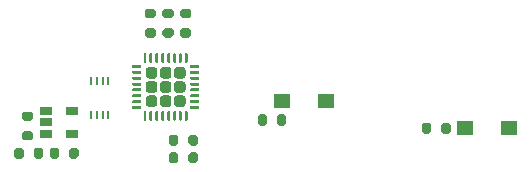
<source format=gbr>
%TF.GenerationSoftware,KiCad,Pcbnew,(5.1.8)-1*%
%TF.CreationDate,2021-04-26T00:43:02-04:00*%
%TF.ProjectId,Dogekey,446f6765-6b65-4792-9e6b-696361645f70,rev?*%
%TF.SameCoordinates,Original*%
%TF.FileFunction,Paste,Bot*%
%TF.FilePolarity,Positive*%
%FSLAX46Y46*%
G04 Gerber Fmt 4.6, Leading zero omitted, Abs format (unit mm)*
G04 Created by KiCad (PCBNEW (5.1.8)-1) date 2021-04-26 00:43:02*
%MOMM*%
%LPD*%
G01*
G04 APERTURE LIST*
%ADD10R,0.270000X0.750000*%
%ADD11R,1.060000X0.650000*%
%ADD12R,1.400000X1.250000*%
G04 APERTURE END LIST*
D10*
%TO.C,U3*%
X35050000Y-61850000D03*
X34550000Y-61850000D03*
X34050000Y-61850000D03*
X33550000Y-61850000D03*
X33550000Y-58950000D03*
X34050000Y-58950000D03*
X34550000Y-58950000D03*
X35050000Y-58950000D03*
%TD*%
%TO.C,C1*%
G36*
G01*
X39825000Y-54525000D02*
X40375000Y-54525000D01*
G75*
G02*
X40575000Y-54725000I0J-200000D01*
G01*
X40575000Y-55125000D01*
G75*
G02*
X40375000Y-55325000I-200000J0D01*
G01*
X39825000Y-55325000D01*
G75*
G02*
X39625000Y-55125000I0J200000D01*
G01*
X39625000Y-54725000D01*
G75*
G02*
X39825000Y-54525000I200000J0D01*
G01*
G37*
G36*
G01*
X39825000Y-52875000D02*
X40375000Y-52875000D01*
G75*
G02*
X40575000Y-53075000I0J-200000D01*
G01*
X40575000Y-53475000D01*
G75*
G02*
X40375000Y-53675000I-200000J0D01*
G01*
X39825000Y-53675000D01*
G75*
G02*
X39625000Y-53475000I0J200000D01*
G01*
X39625000Y-53075000D01*
G75*
G02*
X39825000Y-52875000I200000J0D01*
G01*
G37*
%TD*%
%TO.C,C2*%
G36*
G01*
X42625000Y-65225000D02*
X42625000Y-65775000D01*
G75*
G02*
X42425000Y-65975000I-200000J0D01*
G01*
X42025000Y-65975000D01*
G75*
G02*
X41825000Y-65775000I0J200000D01*
G01*
X41825000Y-65225000D01*
G75*
G02*
X42025000Y-65025000I200000J0D01*
G01*
X42425000Y-65025000D01*
G75*
G02*
X42625000Y-65225000I0J-200000D01*
G01*
G37*
G36*
G01*
X40975000Y-65225000D02*
X40975000Y-65775000D01*
G75*
G02*
X40775000Y-65975000I-200000J0D01*
G01*
X40375000Y-65975000D01*
G75*
G02*
X40175000Y-65775000I0J200000D01*
G01*
X40175000Y-65225000D01*
G75*
G02*
X40375000Y-65025000I200000J0D01*
G01*
X40775000Y-65025000D01*
G75*
G02*
X40975000Y-65225000I0J-200000D01*
G01*
G37*
%TD*%
%TO.C,C3*%
G36*
G01*
X41875000Y-55325000D02*
X41325000Y-55325000D01*
G75*
G02*
X41125000Y-55125000I0J200000D01*
G01*
X41125000Y-54725000D01*
G75*
G02*
X41325000Y-54525000I200000J0D01*
G01*
X41875000Y-54525000D01*
G75*
G02*
X42075000Y-54725000I0J-200000D01*
G01*
X42075000Y-55125000D01*
G75*
G02*
X41875000Y-55325000I-200000J0D01*
G01*
G37*
G36*
G01*
X41875000Y-53675000D02*
X41325000Y-53675000D01*
G75*
G02*
X41125000Y-53475000I0J200000D01*
G01*
X41125000Y-53075000D01*
G75*
G02*
X41325000Y-52875000I200000J0D01*
G01*
X41875000Y-52875000D01*
G75*
G02*
X42075000Y-53075000I0J-200000D01*
G01*
X42075000Y-53475000D01*
G75*
G02*
X41875000Y-53675000I-200000J0D01*
G01*
G37*
%TD*%
%TO.C,C6*%
G36*
G01*
X27875000Y-64825000D02*
X27875000Y-65375000D01*
G75*
G02*
X27675000Y-65575000I-200000J0D01*
G01*
X27275000Y-65575000D01*
G75*
G02*
X27075000Y-65375000I0J200000D01*
G01*
X27075000Y-64825000D01*
G75*
G02*
X27275000Y-64625000I200000J0D01*
G01*
X27675000Y-64625000D01*
G75*
G02*
X27875000Y-64825000I0J-200000D01*
G01*
G37*
G36*
G01*
X29525000Y-64825000D02*
X29525000Y-65375000D01*
G75*
G02*
X29325000Y-65575000I-200000J0D01*
G01*
X28925000Y-65575000D01*
G75*
G02*
X28725000Y-65375000I0J200000D01*
G01*
X28725000Y-64825000D01*
G75*
G02*
X28925000Y-64625000I200000J0D01*
G01*
X29325000Y-64625000D01*
G75*
G02*
X29525000Y-64825000I0J-200000D01*
G01*
G37*
%TD*%
%TO.C,C7*%
G36*
G01*
X32525000Y-64825000D02*
X32525000Y-65375000D01*
G75*
G02*
X32325000Y-65575000I-200000J0D01*
G01*
X31925000Y-65575000D01*
G75*
G02*
X31725000Y-65375000I0J200000D01*
G01*
X31725000Y-64825000D01*
G75*
G02*
X31925000Y-64625000I200000J0D01*
G01*
X32325000Y-64625000D01*
G75*
G02*
X32525000Y-64825000I0J-200000D01*
G01*
G37*
G36*
G01*
X30875000Y-64825000D02*
X30875000Y-65375000D01*
G75*
G02*
X30675000Y-65575000I-200000J0D01*
G01*
X30275000Y-65575000D01*
G75*
G02*
X30075000Y-65375000I0J200000D01*
G01*
X30075000Y-64825000D01*
G75*
G02*
X30275000Y-64625000I200000J0D01*
G01*
X30675000Y-64625000D01*
G75*
G02*
X30875000Y-64825000I0J-200000D01*
G01*
G37*
%TD*%
%TO.C,R1*%
G36*
G01*
X27925000Y-61575000D02*
X28475000Y-61575000D01*
G75*
G02*
X28675000Y-61775000I0J-200000D01*
G01*
X28675000Y-62175000D01*
G75*
G02*
X28475000Y-62375000I-200000J0D01*
G01*
X27925000Y-62375000D01*
G75*
G02*
X27725000Y-62175000I0J200000D01*
G01*
X27725000Y-61775000D01*
G75*
G02*
X27925000Y-61575000I200000J0D01*
G01*
G37*
G36*
G01*
X27925000Y-63225000D02*
X28475000Y-63225000D01*
G75*
G02*
X28675000Y-63425000I0J-200000D01*
G01*
X28675000Y-63825000D01*
G75*
G02*
X28475000Y-64025000I-200000J0D01*
G01*
X27925000Y-64025000D01*
G75*
G02*
X27725000Y-63825000I0J200000D01*
G01*
X27725000Y-63425000D01*
G75*
G02*
X27925000Y-63225000I200000J0D01*
G01*
G37*
%TD*%
%TO.C,R2*%
G36*
G01*
X40975000Y-63725000D02*
X40975000Y-64275000D01*
G75*
G02*
X40775000Y-64475000I-200000J0D01*
G01*
X40375000Y-64475000D01*
G75*
G02*
X40175000Y-64275000I0J200000D01*
G01*
X40175000Y-63725000D01*
G75*
G02*
X40375000Y-63525000I200000J0D01*
G01*
X40775000Y-63525000D01*
G75*
G02*
X40975000Y-63725000I0J-200000D01*
G01*
G37*
G36*
G01*
X42625000Y-63725000D02*
X42625000Y-64275000D01*
G75*
G02*
X42425000Y-64475000I-200000J0D01*
G01*
X42025000Y-64475000D01*
G75*
G02*
X41825000Y-64275000I0J200000D01*
G01*
X41825000Y-63725000D01*
G75*
G02*
X42025000Y-63525000I200000J0D01*
G01*
X42425000Y-63525000D01*
G75*
G02*
X42625000Y-63725000I0J-200000D01*
G01*
G37*
%TD*%
%TO.C,R3*%
G36*
G01*
X50125000Y-62025000D02*
X50125000Y-62575000D01*
G75*
G02*
X49925000Y-62775000I-200000J0D01*
G01*
X49525000Y-62775000D01*
G75*
G02*
X49325000Y-62575000I0J200000D01*
G01*
X49325000Y-62025000D01*
G75*
G02*
X49525000Y-61825000I200000J0D01*
G01*
X49925000Y-61825000D01*
G75*
G02*
X50125000Y-62025000I0J-200000D01*
G01*
G37*
G36*
G01*
X48475000Y-62025000D02*
X48475000Y-62575000D01*
G75*
G02*
X48275000Y-62775000I-200000J0D01*
G01*
X47875000Y-62775000D01*
G75*
G02*
X47675000Y-62575000I0J200000D01*
G01*
X47675000Y-62025000D01*
G75*
G02*
X47875000Y-61825000I200000J0D01*
G01*
X48275000Y-61825000D01*
G75*
G02*
X48475000Y-62025000I0J-200000D01*
G01*
G37*
%TD*%
%TO.C,R4*%
G36*
G01*
X62375000Y-62725000D02*
X62375000Y-63275000D01*
G75*
G02*
X62175000Y-63475000I-200000J0D01*
G01*
X61775000Y-63475000D01*
G75*
G02*
X61575000Y-63275000I0J200000D01*
G01*
X61575000Y-62725000D01*
G75*
G02*
X61775000Y-62525000I200000J0D01*
G01*
X62175000Y-62525000D01*
G75*
G02*
X62375000Y-62725000I0J-200000D01*
G01*
G37*
G36*
G01*
X64025000Y-62725000D02*
X64025000Y-63275000D01*
G75*
G02*
X63825000Y-63475000I-200000J0D01*
G01*
X63425000Y-63475000D01*
G75*
G02*
X63225000Y-63275000I0J200000D01*
G01*
X63225000Y-62725000D01*
G75*
G02*
X63425000Y-62525000I200000J0D01*
G01*
X63825000Y-62525000D01*
G75*
G02*
X64025000Y-62725000I0J-200000D01*
G01*
G37*
%TD*%
%TO.C,R5*%
G36*
G01*
X38875000Y-53675000D02*
X38325000Y-53675000D01*
G75*
G02*
X38125000Y-53475000I0J200000D01*
G01*
X38125000Y-53075000D01*
G75*
G02*
X38325000Y-52875000I200000J0D01*
G01*
X38875000Y-52875000D01*
G75*
G02*
X39075000Y-53075000I0J-200000D01*
G01*
X39075000Y-53475000D01*
G75*
G02*
X38875000Y-53675000I-200000J0D01*
G01*
G37*
G36*
G01*
X38875000Y-55325000D02*
X38325000Y-55325000D01*
G75*
G02*
X38125000Y-55125000I0J200000D01*
G01*
X38125000Y-54725000D01*
G75*
G02*
X38325000Y-54525000I200000J0D01*
G01*
X38875000Y-54525000D01*
G75*
G02*
X39075000Y-54725000I0J-200000D01*
G01*
X39075000Y-55125000D01*
G75*
G02*
X38875000Y-55325000I-200000J0D01*
G01*
G37*
%TD*%
%TO.C,U1*%
G36*
G01*
X42750000Y-57687500D02*
X42750000Y-57812500D01*
G75*
G02*
X42687500Y-57875000I-62500J0D01*
G01*
X42012500Y-57875000D01*
G75*
G02*
X41950000Y-57812500I0J62500D01*
G01*
X41950000Y-57687500D01*
G75*
G02*
X42012500Y-57625000I62500J0D01*
G01*
X42687500Y-57625000D01*
G75*
G02*
X42750000Y-57687500I0J-62500D01*
G01*
G37*
G36*
G01*
X42750000Y-58187500D02*
X42750000Y-58312500D01*
G75*
G02*
X42687500Y-58375000I-62500J0D01*
G01*
X42012500Y-58375000D01*
G75*
G02*
X41950000Y-58312500I0J62500D01*
G01*
X41950000Y-58187500D01*
G75*
G02*
X42012500Y-58125000I62500J0D01*
G01*
X42687500Y-58125000D01*
G75*
G02*
X42750000Y-58187500I0J-62500D01*
G01*
G37*
G36*
G01*
X42750000Y-58687500D02*
X42750000Y-58812500D01*
G75*
G02*
X42687500Y-58875000I-62500J0D01*
G01*
X42012500Y-58875000D01*
G75*
G02*
X41950000Y-58812500I0J62500D01*
G01*
X41950000Y-58687500D01*
G75*
G02*
X42012500Y-58625000I62500J0D01*
G01*
X42687500Y-58625000D01*
G75*
G02*
X42750000Y-58687500I0J-62500D01*
G01*
G37*
G36*
G01*
X42750000Y-59187500D02*
X42750000Y-59312500D01*
G75*
G02*
X42687500Y-59375000I-62500J0D01*
G01*
X42012500Y-59375000D01*
G75*
G02*
X41950000Y-59312500I0J62500D01*
G01*
X41950000Y-59187500D01*
G75*
G02*
X42012500Y-59125000I62500J0D01*
G01*
X42687500Y-59125000D01*
G75*
G02*
X42750000Y-59187500I0J-62500D01*
G01*
G37*
G36*
G01*
X42750000Y-59687500D02*
X42750000Y-59812500D01*
G75*
G02*
X42687500Y-59875000I-62500J0D01*
G01*
X42012500Y-59875000D01*
G75*
G02*
X41950000Y-59812500I0J62500D01*
G01*
X41950000Y-59687500D01*
G75*
G02*
X42012500Y-59625000I62500J0D01*
G01*
X42687500Y-59625000D01*
G75*
G02*
X42750000Y-59687500I0J-62500D01*
G01*
G37*
G36*
G01*
X42750000Y-60187500D02*
X42750000Y-60312500D01*
G75*
G02*
X42687500Y-60375000I-62500J0D01*
G01*
X42012500Y-60375000D01*
G75*
G02*
X41950000Y-60312500I0J62500D01*
G01*
X41950000Y-60187500D01*
G75*
G02*
X42012500Y-60125000I62500J0D01*
G01*
X42687500Y-60125000D01*
G75*
G02*
X42750000Y-60187500I0J-62500D01*
G01*
G37*
G36*
G01*
X42750000Y-60687500D02*
X42750000Y-60812500D01*
G75*
G02*
X42687500Y-60875000I-62500J0D01*
G01*
X42012500Y-60875000D01*
G75*
G02*
X41950000Y-60812500I0J62500D01*
G01*
X41950000Y-60687500D01*
G75*
G02*
X42012500Y-60625000I62500J0D01*
G01*
X42687500Y-60625000D01*
G75*
G02*
X42750000Y-60687500I0J-62500D01*
G01*
G37*
G36*
G01*
X42750000Y-61187500D02*
X42750000Y-61312500D01*
G75*
G02*
X42687500Y-61375000I-62500J0D01*
G01*
X42012500Y-61375000D01*
G75*
G02*
X41950000Y-61312500I0J62500D01*
G01*
X41950000Y-61187500D01*
G75*
G02*
X42012500Y-61125000I62500J0D01*
G01*
X42687500Y-61125000D01*
G75*
G02*
X42750000Y-61187500I0J-62500D01*
G01*
G37*
G36*
G01*
X41775000Y-61612500D02*
X41775000Y-62287500D01*
G75*
G02*
X41712500Y-62350000I-62500J0D01*
G01*
X41587500Y-62350000D01*
G75*
G02*
X41525000Y-62287500I0J62500D01*
G01*
X41525000Y-61612500D01*
G75*
G02*
X41587500Y-61550000I62500J0D01*
G01*
X41712500Y-61550000D01*
G75*
G02*
X41775000Y-61612500I0J-62500D01*
G01*
G37*
G36*
G01*
X41275000Y-61612500D02*
X41275000Y-62287500D01*
G75*
G02*
X41212500Y-62350000I-62500J0D01*
G01*
X41087500Y-62350000D01*
G75*
G02*
X41025000Y-62287500I0J62500D01*
G01*
X41025000Y-61612500D01*
G75*
G02*
X41087500Y-61550000I62500J0D01*
G01*
X41212500Y-61550000D01*
G75*
G02*
X41275000Y-61612500I0J-62500D01*
G01*
G37*
G36*
G01*
X40775000Y-61612500D02*
X40775000Y-62287500D01*
G75*
G02*
X40712500Y-62350000I-62500J0D01*
G01*
X40587500Y-62350000D01*
G75*
G02*
X40525000Y-62287500I0J62500D01*
G01*
X40525000Y-61612500D01*
G75*
G02*
X40587500Y-61550000I62500J0D01*
G01*
X40712500Y-61550000D01*
G75*
G02*
X40775000Y-61612500I0J-62500D01*
G01*
G37*
G36*
G01*
X40275000Y-61612500D02*
X40275000Y-62287500D01*
G75*
G02*
X40212500Y-62350000I-62500J0D01*
G01*
X40087500Y-62350000D01*
G75*
G02*
X40025000Y-62287500I0J62500D01*
G01*
X40025000Y-61612500D01*
G75*
G02*
X40087500Y-61550000I62500J0D01*
G01*
X40212500Y-61550000D01*
G75*
G02*
X40275000Y-61612500I0J-62500D01*
G01*
G37*
G36*
G01*
X39775000Y-61612500D02*
X39775000Y-62287500D01*
G75*
G02*
X39712500Y-62350000I-62500J0D01*
G01*
X39587500Y-62350000D01*
G75*
G02*
X39525000Y-62287500I0J62500D01*
G01*
X39525000Y-61612500D01*
G75*
G02*
X39587500Y-61550000I62500J0D01*
G01*
X39712500Y-61550000D01*
G75*
G02*
X39775000Y-61612500I0J-62500D01*
G01*
G37*
G36*
G01*
X39275000Y-61612500D02*
X39275000Y-62287500D01*
G75*
G02*
X39212500Y-62350000I-62500J0D01*
G01*
X39087500Y-62350000D01*
G75*
G02*
X39025000Y-62287500I0J62500D01*
G01*
X39025000Y-61612500D01*
G75*
G02*
X39087500Y-61550000I62500J0D01*
G01*
X39212500Y-61550000D01*
G75*
G02*
X39275000Y-61612500I0J-62500D01*
G01*
G37*
G36*
G01*
X38775000Y-61612500D02*
X38775000Y-62287500D01*
G75*
G02*
X38712500Y-62350000I-62500J0D01*
G01*
X38587500Y-62350000D01*
G75*
G02*
X38525000Y-62287500I0J62500D01*
G01*
X38525000Y-61612500D01*
G75*
G02*
X38587500Y-61550000I62500J0D01*
G01*
X38712500Y-61550000D01*
G75*
G02*
X38775000Y-61612500I0J-62500D01*
G01*
G37*
G36*
G01*
X38275000Y-61612500D02*
X38275000Y-62287500D01*
G75*
G02*
X38212500Y-62350000I-62500J0D01*
G01*
X38087500Y-62350000D01*
G75*
G02*
X38025000Y-62287500I0J62500D01*
G01*
X38025000Y-61612500D01*
G75*
G02*
X38087500Y-61550000I62500J0D01*
G01*
X38212500Y-61550000D01*
G75*
G02*
X38275000Y-61612500I0J-62500D01*
G01*
G37*
G36*
G01*
X37850000Y-61187500D02*
X37850000Y-61312500D01*
G75*
G02*
X37787500Y-61375000I-62500J0D01*
G01*
X37112500Y-61375000D01*
G75*
G02*
X37050000Y-61312500I0J62500D01*
G01*
X37050000Y-61187500D01*
G75*
G02*
X37112500Y-61125000I62500J0D01*
G01*
X37787500Y-61125000D01*
G75*
G02*
X37850000Y-61187500I0J-62500D01*
G01*
G37*
G36*
G01*
X37850000Y-60687500D02*
X37850000Y-60812500D01*
G75*
G02*
X37787500Y-60875000I-62500J0D01*
G01*
X37112500Y-60875000D01*
G75*
G02*
X37050000Y-60812500I0J62500D01*
G01*
X37050000Y-60687500D01*
G75*
G02*
X37112500Y-60625000I62500J0D01*
G01*
X37787500Y-60625000D01*
G75*
G02*
X37850000Y-60687500I0J-62500D01*
G01*
G37*
G36*
G01*
X37850000Y-60187500D02*
X37850000Y-60312500D01*
G75*
G02*
X37787500Y-60375000I-62500J0D01*
G01*
X37112500Y-60375000D01*
G75*
G02*
X37050000Y-60312500I0J62500D01*
G01*
X37050000Y-60187500D01*
G75*
G02*
X37112500Y-60125000I62500J0D01*
G01*
X37787500Y-60125000D01*
G75*
G02*
X37850000Y-60187500I0J-62500D01*
G01*
G37*
G36*
G01*
X37850000Y-59687500D02*
X37850000Y-59812500D01*
G75*
G02*
X37787500Y-59875000I-62500J0D01*
G01*
X37112500Y-59875000D01*
G75*
G02*
X37050000Y-59812500I0J62500D01*
G01*
X37050000Y-59687500D01*
G75*
G02*
X37112500Y-59625000I62500J0D01*
G01*
X37787500Y-59625000D01*
G75*
G02*
X37850000Y-59687500I0J-62500D01*
G01*
G37*
G36*
G01*
X37850000Y-59187500D02*
X37850000Y-59312500D01*
G75*
G02*
X37787500Y-59375000I-62500J0D01*
G01*
X37112500Y-59375000D01*
G75*
G02*
X37050000Y-59312500I0J62500D01*
G01*
X37050000Y-59187500D01*
G75*
G02*
X37112500Y-59125000I62500J0D01*
G01*
X37787500Y-59125000D01*
G75*
G02*
X37850000Y-59187500I0J-62500D01*
G01*
G37*
G36*
G01*
X37850000Y-58687500D02*
X37850000Y-58812500D01*
G75*
G02*
X37787500Y-58875000I-62500J0D01*
G01*
X37112500Y-58875000D01*
G75*
G02*
X37050000Y-58812500I0J62500D01*
G01*
X37050000Y-58687500D01*
G75*
G02*
X37112500Y-58625000I62500J0D01*
G01*
X37787500Y-58625000D01*
G75*
G02*
X37850000Y-58687500I0J-62500D01*
G01*
G37*
G36*
G01*
X37850000Y-58187500D02*
X37850000Y-58312500D01*
G75*
G02*
X37787500Y-58375000I-62500J0D01*
G01*
X37112500Y-58375000D01*
G75*
G02*
X37050000Y-58312500I0J62500D01*
G01*
X37050000Y-58187500D01*
G75*
G02*
X37112500Y-58125000I62500J0D01*
G01*
X37787500Y-58125000D01*
G75*
G02*
X37850000Y-58187500I0J-62500D01*
G01*
G37*
G36*
G01*
X37850000Y-57687500D02*
X37850000Y-57812500D01*
G75*
G02*
X37787500Y-57875000I-62500J0D01*
G01*
X37112500Y-57875000D01*
G75*
G02*
X37050000Y-57812500I0J62500D01*
G01*
X37050000Y-57687500D01*
G75*
G02*
X37112500Y-57625000I62500J0D01*
G01*
X37787500Y-57625000D01*
G75*
G02*
X37850000Y-57687500I0J-62500D01*
G01*
G37*
G36*
G01*
X38275000Y-56712500D02*
X38275000Y-57387500D01*
G75*
G02*
X38212500Y-57450000I-62500J0D01*
G01*
X38087500Y-57450000D01*
G75*
G02*
X38025000Y-57387500I0J62500D01*
G01*
X38025000Y-56712500D01*
G75*
G02*
X38087500Y-56650000I62500J0D01*
G01*
X38212500Y-56650000D01*
G75*
G02*
X38275000Y-56712500I0J-62500D01*
G01*
G37*
G36*
G01*
X38775000Y-56712500D02*
X38775000Y-57387500D01*
G75*
G02*
X38712500Y-57450000I-62500J0D01*
G01*
X38587500Y-57450000D01*
G75*
G02*
X38525000Y-57387500I0J62500D01*
G01*
X38525000Y-56712500D01*
G75*
G02*
X38587500Y-56650000I62500J0D01*
G01*
X38712500Y-56650000D01*
G75*
G02*
X38775000Y-56712500I0J-62500D01*
G01*
G37*
G36*
G01*
X39275000Y-56712500D02*
X39275000Y-57387500D01*
G75*
G02*
X39212500Y-57450000I-62500J0D01*
G01*
X39087500Y-57450000D01*
G75*
G02*
X39025000Y-57387500I0J62500D01*
G01*
X39025000Y-56712500D01*
G75*
G02*
X39087500Y-56650000I62500J0D01*
G01*
X39212500Y-56650000D01*
G75*
G02*
X39275000Y-56712500I0J-62500D01*
G01*
G37*
G36*
G01*
X39775000Y-56712500D02*
X39775000Y-57387500D01*
G75*
G02*
X39712500Y-57450000I-62500J0D01*
G01*
X39587500Y-57450000D01*
G75*
G02*
X39525000Y-57387500I0J62500D01*
G01*
X39525000Y-56712500D01*
G75*
G02*
X39587500Y-56650000I62500J0D01*
G01*
X39712500Y-56650000D01*
G75*
G02*
X39775000Y-56712500I0J-62500D01*
G01*
G37*
G36*
G01*
X40275000Y-56712500D02*
X40275000Y-57387500D01*
G75*
G02*
X40212500Y-57450000I-62500J0D01*
G01*
X40087500Y-57450000D01*
G75*
G02*
X40025000Y-57387500I0J62500D01*
G01*
X40025000Y-56712500D01*
G75*
G02*
X40087500Y-56650000I62500J0D01*
G01*
X40212500Y-56650000D01*
G75*
G02*
X40275000Y-56712500I0J-62500D01*
G01*
G37*
G36*
G01*
X40775000Y-56712500D02*
X40775000Y-57387500D01*
G75*
G02*
X40712500Y-57450000I-62500J0D01*
G01*
X40587500Y-57450000D01*
G75*
G02*
X40525000Y-57387500I0J62500D01*
G01*
X40525000Y-56712500D01*
G75*
G02*
X40587500Y-56650000I62500J0D01*
G01*
X40712500Y-56650000D01*
G75*
G02*
X40775000Y-56712500I0J-62500D01*
G01*
G37*
G36*
G01*
X41275000Y-56712500D02*
X41275000Y-57387500D01*
G75*
G02*
X41212500Y-57450000I-62500J0D01*
G01*
X41087500Y-57450000D01*
G75*
G02*
X41025000Y-57387500I0J62500D01*
G01*
X41025000Y-56712500D01*
G75*
G02*
X41087500Y-56650000I62500J0D01*
G01*
X41212500Y-56650000D01*
G75*
G02*
X41275000Y-56712500I0J-62500D01*
G01*
G37*
G36*
G01*
X41775000Y-56712500D02*
X41775000Y-57387500D01*
G75*
G02*
X41712500Y-57450000I-62500J0D01*
G01*
X41587500Y-57450000D01*
G75*
G02*
X41525000Y-57387500I0J62500D01*
G01*
X41525000Y-56712500D01*
G75*
G02*
X41587500Y-56650000I62500J0D01*
G01*
X41712500Y-56650000D01*
G75*
G02*
X41775000Y-56712500I0J-62500D01*
G01*
G37*
G36*
G01*
X41585000Y-58057500D02*
X41585000Y-58542500D01*
G75*
G02*
X41342500Y-58785000I-242500J0D01*
G01*
X40857500Y-58785000D01*
G75*
G02*
X40615000Y-58542500I0J242500D01*
G01*
X40615000Y-58057500D01*
G75*
G02*
X40857500Y-57815000I242500J0D01*
G01*
X41342500Y-57815000D01*
G75*
G02*
X41585000Y-58057500I0J-242500D01*
G01*
G37*
G36*
G01*
X41585000Y-59257500D02*
X41585000Y-59742500D01*
G75*
G02*
X41342500Y-59985000I-242500J0D01*
G01*
X40857500Y-59985000D01*
G75*
G02*
X40615000Y-59742500I0J242500D01*
G01*
X40615000Y-59257500D01*
G75*
G02*
X40857500Y-59015000I242500J0D01*
G01*
X41342500Y-59015000D01*
G75*
G02*
X41585000Y-59257500I0J-242500D01*
G01*
G37*
G36*
G01*
X41585000Y-60457500D02*
X41585000Y-60942500D01*
G75*
G02*
X41342500Y-61185000I-242500J0D01*
G01*
X40857500Y-61185000D01*
G75*
G02*
X40615000Y-60942500I0J242500D01*
G01*
X40615000Y-60457500D01*
G75*
G02*
X40857500Y-60215000I242500J0D01*
G01*
X41342500Y-60215000D01*
G75*
G02*
X41585000Y-60457500I0J-242500D01*
G01*
G37*
G36*
G01*
X40385000Y-58057500D02*
X40385000Y-58542500D01*
G75*
G02*
X40142500Y-58785000I-242500J0D01*
G01*
X39657500Y-58785000D01*
G75*
G02*
X39415000Y-58542500I0J242500D01*
G01*
X39415000Y-58057500D01*
G75*
G02*
X39657500Y-57815000I242500J0D01*
G01*
X40142500Y-57815000D01*
G75*
G02*
X40385000Y-58057500I0J-242500D01*
G01*
G37*
G36*
G01*
X40385000Y-59257500D02*
X40385000Y-59742500D01*
G75*
G02*
X40142500Y-59985000I-242500J0D01*
G01*
X39657500Y-59985000D01*
G75*
G02*
X39415000Y-59742500I0J242500D01*
G01*
X39415000Y-59257500D01*
G75*
G02*
X39657500Y-59015000I242500J0D01*
G01*
X40142500Y-59015000D01*
G75*
G02*
X40385000Y-59257500I0J-242500D01*
G01*
G37*
G36*
G01*
X40385000Y-60457500D02*
X40385000Y-60942500D01*
G75*
G02*
X40142500Y-61185000I-242500J0D01*
G01*
X39657500Y-61185000D01*
G75*
G02*
X39415000Y-60942500I0J242500D01*
G01*
X39415000Y-60457500D01*
G75*
G02*
X39657500Y-60215000I242500J0D01*
G01*
X40142500Y-60215000D01*
G75*
G02*
X40385000Y-60457500I0J-242500D01*
G01*
G37*
G36*
G01*
X39185000Y-58057500D02*
X39185000Y-58542500D01*
G75*
G02*
X38942500Y-58785000I-242500J0D01*
G01*
X38457500Y-58785000D01*
G75*
G02*
X38215000Y-58542500I0J242500D01*
G01*
X38215000Y-58057500D01*
G75*
G02*
X38457500Y-57815000I242500J0D01*
G01*
X38942500Y-57815000D01*
G75*
G02*
X39185000Y-58057500I0J-242500D01*
G01*
G37*
G36*
G01*
X39185000Y-59257500D02*
X39185000Y-59742500D01*
G75*
G02*
X38942500Y-59985000I-242500J0D01*
G01*
X38457500Y-59985000D01*
G75*
G02*
X38215000Y-59742500I0J242500D01*
G01*
X38215000Y-59257500D01*
G75*
G02*
X38457500Y-59015000I242500J0D01*
G01*
X38942500Y-59015000D01*
G75*
G02*
X39185000Y-59257500I0J-242500D01*
G01*
G37*
G36*
G01*
X39185000Y-60457500D02*
X39185000Y-60942500D01*
G75*
G02*
X38942500Y-61185000I-242500J0D01*
G01*
X38457500Y-61185000D01*
G75*
G02*
X38215000Y-60942500I0J242500D01*
G01*
X38215000Y-60457500D01*
G75*
G02*
X38457500Y-60215000I242500J0D01*
G01*
X38942500Y-60215000D01*
G75*
G02*
X39185000Y-60457500I0J-242500D01*
G01*
G37*
%TD*%
D11*
%TO.C,U2*%
X29800000Y-63450000D03*
X29800000Y-62500000D03*
X29800000Y-61550000D03*
X32000000Y-61550000D03*
X32000000Y-63450000D03*
%TD*%
D12*
%TO.C,U4*%
X49750000Y-60700000D03*
X53450000Y-60700000D03*
%TD*%
%TO.C,U5*%
X68950000Y-63000000D03*
X65250000Y-63000000D03*
%TD*%
M02*

</source>
